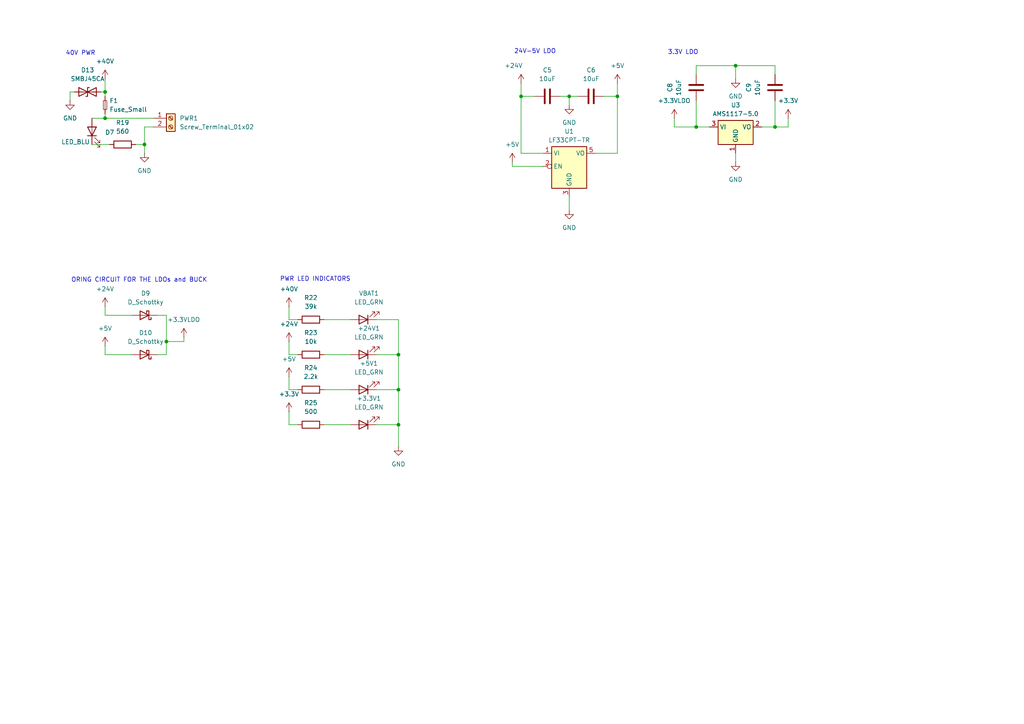
<source format=kicad_sch>
(kicad_sch (version 20231120) (generator "eeschema") (generator_version "8.0")
  (paper "A4")
  (lib_symbols
    (symbol "Connector:Screw_Terminal_01x02" (pin_names (offset 1.016) hide)
      (property "Reference" "J" (at 0 2.54 0))
      (property "Value" "Screw_Terminal_01x02" (at 0 -5.08 0))
      (symbol "Screw_Terminal_01x02_1_1"
        (rectangle (start -1.27 1.27) (end 1.27 -3.81) (stroke (width 0.254)) (fill (type background)))
        (circle (center 0 -2.54) (radius 0.635) (stroke (width 0.1524)))
        (polyline (pts (xy -0.5334 -2.2098) (xy 0.3302 -3.048)) (stroke (width 0.1524)))
        (polyline (pts (xy -0.5334 0.3302) (xy 0.3302 -0.508)) (stroke (width 0.1524)))
        (polyline (pts (xy -0.3556 -2.032) (xy 0.508 -2.8702)) (stroke (width 0.1524)))
        (polyline (pts (xy -0.3556 0.508) (xy 0.508 -0.3302)) (stroke (width 0.1524)))
        (circle (center 0 0) (radius 0.635) (stroke (width 0.1524)))
        (pin passive line (at -5.08 0 0) (length 3.81) (name "Pin_1") (number "1"))
        (pin passive line (at -5.08 -2.54 0) (length 3.81) (name "Pin_2") (number "2"))
      )
    )
    (symbol "Device:C" (pin_numbers hide) (pin_names (offset 0.254))
      (property "Reference" "C" (at 0.635 2.54 0))
      (property "Value" "C" (at 0.635 -2.54 0))
      (symbol "C_0_1"
        (polyline (pts (xy -2.032 -0.762) (xy 2.032 -0.762)) (stroke (width 0.508)))
        (polyline (pts (xy -2.032 0.762) (xy 2.032 0.762)) (stroke (width 0.508)))
      )
      (symbol "C_1_1"
        (pin passive line (at 0 3.81 270) (length 2.794) (name "~") (number "1"))
        (pin passive line (at 0 -3.81 90) (length 2.794) (name "~") (number "2"))
      )
    )
    (symbol "Device:D_Schottky" (pin_numbers hide) (pin_names (offset 1.016) hide)
      (property "Reference" "D" (at 0 2.54 0))
      (property "Value" "D_Schottky" (at 0 -2.54 0))
      (symbol "D_Schottky_0_1"
        (polyline (pts (xy 1.27 0) (xy -1.27 0)))
        (polyline (pts (xy 1.27 1.27) (xy 1.27 -1.27) (xy -1.27 0) (xy 1.27 1.27)) (stroke (width 0.254)))
        (polyline (pts (xy -1.905 0.635) (xy -1.905 1.27) (xy -1.27 1.27) (xy -1.27 -1.27) (xy -0.635 -1.27) (xy -0.635 -0.635)) (stroke (width 0.254)))
      )
      (symbol "D_Schottky_1_1"
        (pin passive line (at -3.81 0 0) (length 2.54) (name "K") (number "1"))
        (pin passive line (at 3.81 0 180) (length 2.54) (name "A") (number "2"))
      )
    )
    (symbol "Device:D_TVS" (pin_numbers hide) (pin_names (offset 1.016) hide)
      (property "Reference" "D" (at 0 2.54 0))
      (property "Value" "D_TVS" (at 0 -2.54 0))
      (symbol "D_TVS_0_1"
        (polyline (pts (xy 1.27 0) (xy -1.27 0)))
        (polyline (pts (xy 0.508 1.27) (xy 0 1.27) (xy 0 -1.27) (xy -0.508 -1.27)) (stroke (width 0.254)))
        (polyline (pts (xy -2.54 1.27) (xy -2.54 -1.27) (xy 2.54 1.27) (xy 2.54 -1.27) (xy -2.54 1.27)) (stroke (width 0.254)))
      )
      (symbol "D_TVS_1_1"
        (pin passive line (at -3.81 0 0) (length 2.54) (name "A1") (number "1"))
        (pin passive line (at 3.81 0 180) (length 2.54) (name "A2") (number "2"))
      )
    )
    (symbol "Device:Fuse_Small" (pin_numbers hide) (pin_names (offset 0.254) hide)
      (property "Reference" "F" (at 0 -1.524 0))
      (property "Value" "Fuse_Small" (at 0 1.524 0))
      (symbol "Fuse_Small_0_1"
        (rectangle (start -1.27 0.508) (end 1.27 -0.508))
        (polyline (pts (xy -1.27 0) (xy 1.27 0)))
      )
      (symbol "Fuse_Small_1_1"
        (pin passive line (at -2.54 0 0) (length 1.27) (name "~") (number "1"))
        (pin passive line (at 2.54 0 180) (length 1.27) (name "~") (number "2"))
      )
    )
    (symbol "Device:LED" (pin_numbers hide) (pin_names (offset 1.016) hide)
      (property "Reference" "D" (at 0 2.54 0))
      (property "Value" "LED" (at 0 -2.54 0))
      (symbol "LED_0_1"
        (polyline (pts (xy -1.27 -1.27) (xy -1.27 1.27)) (stroke (width 0.254)))
        (polyline (pts (xy -1.27 0) (xy 1.27 0)))
        (polyline (pts (xy 1.27 -1.27) (xy 1.27 1.27) (xy -1.27 0) (xy 1.27 -1.27)) (stroke (width 0.254)))
        (polyline (pts (xy -3.048 -0.762) (xy -4.572 -2.286) (xy -3.81 -2.286) (xy -4.572 -2.286) (xy -4.572 -1.524)))
        (polyline (pts (xy -1.778 -0.762) (xy -3.302 -2.286) (xy -2.54 -2.286) (xy -3.302 -2.286) (xy -3.302 -1.524)))
      )
      (symbol "LED_1_1"
        (pin passive line (at -3.81 0 0) (length 2.54) (name "K") (number "1"))
        (pin passive line (at 3.81 0 180) (length 2.54) (name "A") (number "2"))
      )
    )
    (symbol "Device:R" (pin_numbers hide) (pin_names (offset 0))
      (property "Reference" "R" (at 2.032 0 90))
      (property "Value" "R" (at 0 0 90))
      (symbol "R_0_1"
        (rectangle (start -1.016 -2.54) (end 1.016 2.54) (stroke (width 0.254)))
      )
      (symbol "R_1_1"
        (pin passive line (at 0 3.81 270) (length 1.27) (name "~") (number "1"))
        (pin passive line (at 0 -3.81 90) (length 1.27) (name "~") (number "2"))
      )
    )
    (symbol "Regulator_Linear:AMS1117-5.0"
      (property "Reference" "U" (at -3.81 3.175 0))
      (property "Value" "AMS1117-5.0" (at 0 3.175 0))
      (symbol "AMS1117-5.0_0_1"
        (rectangle (start -5.08 -5.08) (end 5.08 1.905) (stroke (width 0.254)) (fill (type background)))
      )
      (symbol "AMS1117-5.0_1_1"
        (pin power_in line (at 0 -7.62 90) (length 2.54) (name "GND") (number "1"))
        (pin power_out line (at 7.62 0 180) (length 2.54) (name "VO") (number "2"))
        (pin power_in line (at -7.62 0 0) (length 2.54) (name "VI") (number "3"))
      )
    )
    (symbol "SJSU_common:40V-24V_BUCK"
      (property "Reference" "U" (at 0 0 0))
      (symbol "40V-24V_BUCK_0_1"
        (rectangle (start 0 -2.54) (end 20.32 -20.32))
      )
      (symbol "40V-24V_BUCK_1_1"
        (pin passive line (at -3.81 -5.08 0) (length 3.81) (name "VIN") (number "1"))
        (pin passive line (at 24.13 -12.7 180) (length 3.81) (name "GND") (number "10"))
        (pin passive line (at 24.13 -15.24 180) (length 3.81) (name "GND") (number "11"))
        (pin passive line (at 24.13 -17.78 180) (length 3.81) (name "GND") (number "12"))
        (pin passive line (at -3.81 -7.62 0) (length 3.81) (name "VIN") (number "2"))
        (pin passive line (at -3.81 -10.16 0) (length 3.81) (name "VIN") (number "3"))
        (pin passive line (at -3.81 -12.7 0) (length 3.81) (name "GND") (number "4"))
        (pin passive line (at -3.81 -15.24 0) (length 3.81) (name "GND") (number "5"))
        (pin passive line (at -3.81 -17.78 0) (length 3.81) (name "GND") (number "6"))
        (pin passive line (at 24.13 -5.08 180) (length 3.81) (name "VOUT") (number "7"))
        (pin passive line (at 24.13 -7.62 180) (length 3.81) (name "VOUT") (number "8"))
        (pin passive line (at 24.13 -10.16 180) (length 3.81) (name "VOUT") (number "9"))
      )
    )
    (symbol "SJSU_common:LF33CPT-TR"
      (property "Reference" "U" (at -4.572 0 0))
      (property "Value" "LF33CPT-TR" (at 5.334 0 0))
      (symbol "LF33CPT-TR_0_1"
        (rectangle (start -5.08 -1.905) (end 5.08 -13.97) (stroke (width 0.254)) (fill (type background)))
      )
      (symbol "LF33CPT-TR_1_1"
        (pin power_in line (at -7.62 -3.81 0) (length 2.54) (name "VI") (number "1"))
        (pin input inverted (at -7.62 -7.62 0) (length 2.54) (name "EN") (number "2"))
        (pin power_in line (at 0 -16.51 90) (length 2.54) (name "GND") (number "3"))
        (pin power_out line (at 7.62 -3.81 180) (length 2.54) (name "VO") (number "5"))
      )
    )
    (symbol "power:+24V" (power) (pin_numbers hide) (pin_names (offset 0) hide)
      (property "Value" "+24V" (at 0 3.556 0))
      (symbol "+24V_0_1"
        (polyline (pts (xy -0.762 1.27) (xy 0 2.54)))
        (polyline (pts (xy 0 0) (xy 0 2.54)))
        (polyline (pts (xy 0 2.54) (xy 0.762 1.27)))
      )
      (symbol "+24V_1_1"
        (pin power_in line (at 0 0 90) (length 0) (name "~") (number "1"))
      )
    )
    (symbol "power:+3.3V" (power) (pin_numbers hide) (pin_names (offset 0) hide)
      (property "Value" "+3.3V" (at 0 3.556 0))
      (symbol "+3.3V_0_1"
        (polyline (pts (xy -0.762 1.27) (xy 0 2.54)))
        (polyline (pts (xy 0 0) (xy 0 2.54)))
        (polyline (pts (xy 0 2.54) (xy 0.762 1.27)))
      )
      (symbol "+3.3V_1_1"
        (pin power_in line (at 0 0 90) (length 0) (name "~") (number "1"))
      )
    )
    (symbol "power:+5V" (power) (pin_numbers hide) (pin_names (offset 0) hide)
      (property "Value" "+5V" (at 0 3.556 0))
      (symbol "+5V_0_1"
        (polyline (pts (xy -0.762 1.27) (xy 0 2.54)))
        (polyline (pts (xy 0 0) (xy 0 2.54)))
        (polyline (pts (xy 0 2.54) (xy 0.762 1.27)))
      )
      (symbol "+5V_1_1"
        (pin power_in line (at 0 0 90) (length 0) (name "~") (number "1"))
      )
    )
    (symbol "power:GND" (power) (pin_numbers hide) (pin_names (offset 0) hide)
      (property "Value" "GND" (at 0 -3.81 0))
      (symbol "GND_0_1"
        (polyline (pts (xy 0 0) (xy 0 -1.27) (xy 1.27 -1.27) (xy 0 -2.54) (xy -1.27 -1.27) (xy 0 -1.27)))
      )
      (symbol "GND_1_1"
        (pin power_in line (at 0 0 270) (length 0) (name "~") (number "1"))
      )
    )
  )
  (junction (at 77.47 -27.94))
  (junction (at 151.13 27.94))
  (junction (at 77.47 -17.78))
  (junction (at 224.79 36.83))
  (junction (at 105.41 -20.32))
  (junction (at 115.57 123.19))
  (junction (at 30.48 26.67))
  (junction (at 201.93 36.83))
  (junction (at 165.1 27.94))
  (junction (at 48.26 99.06))
  (junction (at 77.47 -20.32))
  (junction (at 179.07 27.94))
  (junction (at 213.36 19.05))
  (junction (at 105.41 -17.78))
  (junction (at 105.41 -30.48))
  (junction (at 105.41 -27.94))
  (junction (at 115.57 113.03))
  (junction (at 115.57 102.87))
  (junction (at 77.47 -30.48))
  (junction (at 30.48 34.29))
  (junction (at 41.91 41.91))
  (wire (pts (xy 20.32 26.67) (xy 20.32 29.21)))
  (wire (pts (xy 213.36 19.05) (xy 224.79 19.05)))
  (wire (pts (xy 105.41 -17.78) (xy 105.41 -12.7)))
  (wire (pts (xy 148.59 48.26) (xy 148.59 46.99)))
  (wire (pts (xy 179.07 27.94) (xy 179.07 44.45)))
  (wire (pts (xy 41.91 41.91) (xy 41.91 44.45)))
  (wire (pts (xy 151.13 24.13) (xy 151.13 27.94)))
  (wire (pts (xy 162.56 27.94) (xy 165.1 27.94)))
  (wire (pts (xy 213.36 22.86) (xy 213.36 19.05)))
  (wire (pts (xy 48.26 91.44) (xy 48.26 99.06)))
  (wire (pts (xy 105.41 -22.86) (xy 105.41 -20.32)))
  (wire (pts (xy 224.79 36.83) (xy 224.79 29.21)))
  (wire (pts (xy 77.47 -17.78) (xy 77.47 -12.7)))
  (wire (pts (xy 83.82 109.22) (xy 83.82 113.03)))
  (wire (pts (xy 77.47 -27.94) (xy 77.47 -25.4)))
  (wire (pts (xy 93.98 123.19) (xy 101.6 123.19)))
  (wire (pts (xy 115.57 113.03) (xy 115.57 123.19)))
  (wire (pts (xy 30.48 26.67) (xy 30.48 27.94)))
  (wire (pts (xy 30.48 102.87) (xy 30.48 100.33)))
  (wire (pts (xy 109.22 123.19) (xy 115.57 123.19)))
  (wire (pts (xy 30.48 91.44) (xy 38.1 91.44)))
  (wire (pts (xy 201.93 19.05) (xy 201.93 21.59)))
  (wire (pts (xy 93.98 92.71) (xy 101.6 92.71)))
  (wire (pts (xy 53.34 99.06) (xy 53.34 97.79)))
  (wire (pts (xy 77.47 -33.02) (xy 77.47 -30.48)))
  (wire (pts (xy 165.1 27.94) (xy 165.1 30.48)))
  (wire (pts (xy 21.59 26.67) (xy 20.32 26.67)))
  (wire (pts (xy 224.79 21.59) (xy 224.79 19.05)))
  (wire (pts (xy 83.82 99.06) (xy 83.82 102.87)))
  (wire (pts (xy 105.41 -27.94) (xy 105.41 -25.4)))
  (wire (pts (xy 44.45 36.83) (xy 41.91 36.83)))
  (wire (pts (xy 44.45 34.29) (xy 30.48 34.29)))
  (wire (pts (xy 39.37 41.91) (xy 41.91 41.91)))
  (wire (pts (xy 157.48 48.26) (xy 148.59 48.26)))
  (wire (pts (xy 30.48 22.86) (xy 30.48 26.67)))
  (wire (pts (xy 105.41 -20.32) (xy 105.41 -17.78)))
  (wire (pts (xy 26.67 34.29) (xy 30.48 34.29)))
  (wire (pts (xy 213.36 44.45) (xy 213.36 46.99)))
  (wire (pts (xy 45.72 91.44) (xy 48.26 91.44)))
  (wire (pts (xy 48.26 102.87) (xy 45.72 102.87)))
  (wire (pts (xy 165.1 57.15) (xy 165.1 60.96)))
  (wire (pts (xy 83.82 88.9) (xy 83.82 92.71)))
  (wire (pts (xy 151.13 27.94) (xy 151.13 44.45)))
  (wire (pts (xy 83.82 119.38) (xy 83.82 123.19)))
  (wire (pts (xy 179.07 24.13) (xy 179.07 27.94)))
  (wire (pts (xy 83.82 92.71) (xy 86.36 92.71)))
  (wire (pts (xy 77.47 -20.32) (xy 77.47 -17.78)))
  (wire (pts (xy 115.57 123.19) (xy 115.57 129.54)))
  (wire (pts (xy 151.13 44.45) (xy 157.48 44.45)))
  (wire (pts (xy 77.47 -22.86) (xy 77.47 -20.32)))
  (wire (pts (xy 175.26 27.94) (xy 179.07 27.94)))
  (wire (pts (xy 26.67 41.91) (xy 31.75 41.91)))
  (wire (pts (xy 109.22 113.03) (xy 115.57 113.03)))
  (wire (pts (xy 201.93 19.05) (xy 213.36 19.05)))
  (wire (pts (xy 201.93 36.83) (xy 205.74 36.83)))
  (wire (pts (xy 48.26 99.06) (xy 48.26 102.87)))
  (wire (pts (xy 93.98 102.87) (xy 101.6 102.87)))
  (wire (pts (xy 38.1 102.87) (xy 30.48 102.87)))
  (wire (pts (xy 83.82 113.03) (xy 86.36 113.03)))
  (wire (pts (xy 105.41 -30.48) (xy 105.41 -27.94)))
  (wire (pts (xy 165.1 27.94) (xy 167.64 27.94)))
  (wire (pts (xy 30.48 34.29) (xy 30.48 33.02)))
  (wire (pts (xy 115.57 92.71) (xy 115.57 102.87)))
  (wire (pts (xy 224.79 36.83) (xy 228.6 36.83)))
  (wire (pts (xy 201.93 36.83) (xy 195.58 36.83)))
  (wire (pts (xy 179.07 44.45) (xy 172.72 44.45)))
  (wire (pts (xy 109.22 92.71) (xy 115.57 92.71)))
  (wire (pts (xy 41.91 36.83) (xy 41.91 41.91)))
  (wire (pts (xy 195.58 36.83) (xy 195.58 34.29)))
  (wire (pts (xy 83.82 123.19) (xy 86.36 123.19)))
  (wire (pts (xy 105.41 -33.02) (xy 105.41 -30.48)))
  (wire (pts (xy 220.98 36.83) (xy 224.79 36.83)))
  (wire (pts (xy 228.6 36.83) (xy 228.6 34.29)))
  (wire (pts (xy 201.93 29.21) (xy 201.93 36.83)))
  (wire (pts (xy 77.47 -30.48) (xy 77.47 -27.94)))
  (wire (pts (xy 48.26 99.06) (xy 53.34 99.06)))
  (wire (pts (xy 109.22 102.87) (xy 115.57 102.87)))
  (wire (pts (xy 93.98 113.03) (xy 101.6 113.03)))
  (wire (pts (xy 30.48 88.9) (xy 30.48 91.44)))
  (wire (pts (xy 115.57 102.87) (xy 115.57 113.03)))
  (wire (pts (xy 83.82 102.87) (xy 86.36 102.87)))
  (wire (pts (xy 29.21 26.67) (xy 30.48 26.67)))
  (wire (pts (xy 151.13 27.94) (xy 154.94 27.94)))
  (text "24V-5V LDO\n" (at 155.194 14.986 0) (effects (font (size 1.27 1.27))))
  (text "3.3V LDO\n" (at 198.12 15.24 0) (effects (font (size 1.27 1.27))))
  (text "POWER checklist:\nDONE\n" (at 26.416 -3.556 0) (effects (font (size 1.27 1.27))))
  (text "40V-24V BUCK\n" (at 75.438 -40.64 0) (effects (font (size 1.27 1.27))))
  (text "ORING CIRCUIT FOR THE LDOs and BUCK\n" (at 40.386 81.28 0) (effects (font (size 1.27 1.27))))
  (text "40V PWR\n" (at 23.368 15.494 0) (effects (font (size 1.27 1.27))))
  (text "PWR LED INDICATORS\n" (at 91.44 81.026 0) (effects (font (size 1.27 1.27))))
  (symbol (lib_id "power:+24V") (at 30.48 88.9 0) (unit 1)
    (property "Reference" "#PWR070" (effects (hide yes)))
    (property "Value" "+24V" (at 30.48 83.82 0))
    (property "Description" "Power symbol creates a global label with name \"+24V\"" (effects (hide yes)))
  )
  (symbol (lib_id "SJSU_common:LF33CPT-TR") (at 165.1 40.64 0) (unit 1)
    (property "Reference" "U1" (at 165.1 38.1 0))
    (property "Value" "LF33CPT-TR" (at 165.1 40.64 0))
    (property "Footprint" "SJSU_common:TO-252AD" (effects (hide yes)))
    (property "Datasheet" "https://www.st.com/content/ccc/resource/technical/document/datasheet/c4/0e/7e/2a/be/bc/4c/bd/CD00000546.pdf/files/CD00000546.pdf/jcr:content/translations/en.CD00000546.pdf" (effects (hide yes)))
    (property "Description" "IC REG LINEAR 3.3V 500MA PPAK" (effects (hide yes)))
  )
  (symbol (lib_id "power:+24V") (at 83.82 99.06 0) (unit 1)
    (property "Reference" "#PWR086" (effects (hide yes)))
    (property "Value" "+24V" (at 83.82 93.98 0))
    (property "Description" "Power symbol creates a global label with name \"+24V\"" (effects (hide yes)))
  )
  (symbol (lib_id "Connector:Screw_Terminal_01x02") (at 49.53 34.29 0) (unit 1)
    (property "Reference" "PWR1" (at 52.07 34.2899 0) (effects (justify left)))
    (property "Value" "Screw_Terminal_01x02" (at 52.07 36.8299 0) (effects (justify left)))
    (property "Footprint" "TerminalBlock:TerminalBlock_Xinya_XY308-2.54-2P_1x02_P2.54mm_Horizontal" (effects (hide yes)))
    (property "Description" "Generic screw terminal, single row, 01x02, script generated (kicad-library-utils/schlib/autogen/connector/)" (effects (hide yes)))
  )
  (symbol (lib_id "power:+24V") (at 77.47 -33.02 0) (unit 1)
    (property "Reference" "#PWR025" (effects (hide yes)))
    (property "Value" "+40V" (at 77.47 -38.1 0))
    (property "Description" "Power symbol creates a global label with name \"+24V\"" (effects (hide yes)))
  )
  (symbol (lib_id "power:+5V") (at 30.48 100.33 0) (unit 1)
    (property "Reference" "#PWR071" (effects (hide yes)))
    (property "Value" "+5V" (at 30.48 95.25 0))
    (property "Description" "Power symbol creates a global label with name \"+5V\"" (effects (hide yes)))
  )
  (symbol (lib_id "power:+3.3V") (at 53.34 97.79 0) (unit 1)
    (property "Reference" "#PWR069" (effects (hide yes)))
    (property "Value" "+3.3VLDO" (at 48.514 92.71 0) (effects (justify left)))
    (property "Description" "Power symbol creates a global label with name \"+3.3V\"" (effects (hide yes)))
  )
  (symbol (lib_id "Device:D_Schottky") (at 41.91 102.87 180) (unit 1)
    (property "Reference" "D10" (at 42.2275 96.52 0))
    (property "Value" "D_Schottky" (at 42.2275 99.06 0))
    (property "Footprint" "Diode_SMD:D_SMA" (effects (hide yes)))
    (property "Description" "Schottky diode" (effects (hide yes)))
  )
  (symbol (lib_id "Device:LED") (at 26.67 38.1 90) (unit 1)
    (property "Reference" "D7" (at 30.48 38.4174 90) (effects (justify right)))
    (property "Value" "LED_BLU" (at 17.78 41.148 90) (effects (justify right)))
    (property "Footprint" "LED_SMD:LED_0201_0603Metric" (effects (hide yes)))
    (property "Description" "Light emitting diode" (effects (hide yes)))
  )
  (symbol (lib_id "power:+24V") (at 83.82 88.9 0) (unit 1)
    (property "Reference" "#PWR085" (effects (hide yes)))
    (property "Value" "+40V" (at 83.82 83.82 0))
    (property "Description" "Power symbol creates a global label with name \"+24V\"" (effects (hide yes)))
  )
  (symbol (lib_id "power:+3.3V") (at 83.82 119.38 0) (unit 1)
    (property "Reference" "#PWR088" (effects (hide yes)))
    (property "Value" "+3.3V" (at 83.82 114.3 0))
    (property "Description" "Power symbol creates a global label with name \"+3.3V\"" (effects (hide yes)))
  )
  (symbol (lib_id "power:+3.3V") (at 179.07 24.13 0) (unit 1)
    (property "Reference" "#PWR064" (effects (hide yes)))
    (property "Value" "+5V" (at 179.07 19.05 0))
    (property "Description" "Power symbol creates a global label with name \"+3.3V\"" (effects (hide yes)))
  )
  (symbol (lib_id "power:+5V") (at 148.59 46.99 0) (unit 1)
    (property "Reference" "#PWR098" (effects (hide yes)))
    (property "Value" "+5V" (at 148.59 41.91 0))
    (property "Description" "Power symbol creates a global label with name \"+5V\"" (effects (hide yes)))
  )
  (symbol (lib_id "power:+24V") (at 105.41 -33.02 0) (unit 1)
    (property "Reference" "#PWR0102" (effects (hide yes)))
    (property "Value" "+24V" (at 105.41 -38.1 0))
    (property "Description" "Power symbol creates a global label with name \"+24V\"" (effects (hide yes)))
  )
  (symbol (lib_id "power:GND") (at 77.47 -12.7 0) (unit 1)
    (property "Reference" "#PWR0103" (effects (hide yes)))
    (property "Value" "GND" (at 77.47 -7.62 0))
    (property "Description" "Power symbol creates a global label with name \"GND\" , ground" (effects (hide yes)))
  )
  (symbol (lib_id "power:GND") (at 165.1 60.96 0) (unit 1)
    (property "Reference" "#PWR062" (effects (hide yes)))
    (property "Value" "GND" (at 165.1 66.04 0))
    (property "Description" "Power symbol creates a global label with name \"GND\" , ground" (effects (hide yes)))
  )
  (symbol (lib_id "Device:C") (at 201.93 25.4 180) (unit 1)
    (property "Reference" "C8" (at 194.31 25.4 90))
    (property "Value" "10uF" (at 196.85 25.4 90))
    (property "Footprint" "Capacitor_SMD:C_0201_0603Metric" (effects (hide yes)))
    (property "Description" "Unpolarized capacitor" (effects (hide yes)))
  )
  (symbol (lib_id "Device:D_TVS") (at 25.4 26.67 0) (unit 1)
    (property "Reference" "D13" (at 25.4 20.32 0))
    (property "Value" "SMBJ45CA" (at 25.4 22.86 0))
    (property "Footprint" "Diode_SMD:D_SMB_Handsoldering" (effects (hide yes)))
    (property "Description" "Bidirectional transient-voltage-suppression diode" (effects (hide yes)))
  )
  (symbol (lib_id "power:+3.3V") (at 228.6 34.29 0) (unit 1)
    (property "Reference" "#PWR097" (effects (hide yes)))
    (property "Value" "+3.3V" (at 228.6 29.21 0))
    (property "Description" "Power symbol creates a global label with name \"+3.3V\"" (effects (hide yes)))
  )
  (symbol (lib_id "Device:R") (at 90.17 102.87 270) (unit 1)
    (property "Reference" "R23" (at 90.17 96.52 90))
    (property "Value" "10k" (at 90.17 99.06 90))
    (property "Footprint" "Resistor_SMD:R_0201_0603Metric" (effects (hide yes)))
    (property "Description" "Resistor" (effects (hide yes)))
  )
  (symbol (lib_id "Device:R") (at 35.56 41.91 270) (unit 1)
    (property "Reference" "R19" (at 35.56 35.56 90))
    (property "Value" "560" (at 35.56 38.1 90))
    (property "Footprint" "Resistor_SMD:R_0201_0603Metric" (effects (hide yes)))
    (property "Description" "Resistor" (effects (hide yes)))
  )
  (symbol (lib_id "Device:LED") (at 105.41 123.19 180) (unit 1)
    (property "Reference" "+3.3V1" (at 106.9975 115.57 0))
    (property "Value" "LED_GRN" (at 106.9975 118.11 0))
    (property "Footprint" "LED_SMD:LED_0805_2012Metric" (effects (hide yes)))
    (property "Description" "Light emitting diode" (effects (hide yes)))
  )
  (symbol (lib_id "Regulator_Linear:AMS1117-5.0") (at 213.36 36.83 0) (unit 1)
    (property "Reference" "U3" (at 213.36 30.48 0))
    (property "Value" "AMS1117-5.0" (at 213.36 33.02 0))
    (property "Footprint" "Package_TO_SOT_SMD:SOT-223-3_TabPin2" (effects (hide yes)))
    (property "Datasheet" "http://www.advanced-monolithic.com/pdf/ds1117.pdf" (effects (hide yes)))
    (property "Description" "1A Low Dropout regulator, positive, 5.0V fixed output, SOT-223" (effects (hide yes)))
  )
  (symbol (lib_id "power:+5V") (at 83.82 109.22 0) (unit 1)
    (property "Reference" "#PWR087" (effects (hide yes)))
    (property "Value" "+5V" (at 83.82 104.14 0))
    (property "Description" "Power symbol creates a global label with name \"+5V\"" (effects (hide yes)))
  )
  (symbol (lib_id "power:+3.3V") (at 151.13 24.13 0) (unit 1)
    (property "Reference" "#PWR063" (effects (hide yes)))
    (property "Value" "+24V" (at 146.304 19.05 0) (effects (justify left)))
    (property "Description" "Power symbol creates a global label with name \"+3.3V\"" (effects (hide yes)))
  )
  (symbol (lib_id "power:GND") (at 213.36 22.86 0) (unit 1)
    (property "Reference" "#PWR095" (effects (hide yes)))
    (property "Value" "GND" (at 213.36 27.94 0))
    (property "Description" "Power symbol creates a global label with name \"GND\" , ground" (effects (hide yes)))
  )
  (symbol (lib_id "Device:Fuse_Small") (at 30.48 30.48 270) (unit 1)
    (property "Reference" "F1" (at 31.75 29.2099 90) (effects (justify left)))
    (property "Value" "Fuse_Small" (at 31.75 31.7499 90) (effects (justify left)))
    (property "Footprint" "Fuse:Fuseholder_Littelfuse_Nano2_154x" (effects (hide yes)))
    (property "Description" "Fuse, small symbol" (effects (hide yes)))
  )
  (symbol (lib_id "power:GND") (at 41.91 44.45 0) (unit 1)
    (property "Reference" "#PWR061" (effects (hide yes)))
    (property "Value" "GND" (at 41.91 49.53 0))
    (property "Description" "Power symbol creates a global label with name \"GND\" , ground" (effects (hide yes)))
  )
  (symbol (lib_id "Device:LED") (at 105.41 102.87 180) (unit 1)
    (property "Reference" "+24V1" (at 106.9975 95.25 0))
    (property "Value" "LED_GRN" (at 106.9975 97.79 0))
    (property "Footprint" "LED_SMD:LED_0805_2012Metric" (effects (hide yes)))
    (property "Description" "Light emitting diode" (effects (hide yes)))
  )
  (symbol (lib_id "SJSU_common:40V-24V_BUCK") (at 81.28 -35.56 0) (unit 1)
    (property "Reference" "U4" (at 91.44 -36.83 0))
    (property "Value" "~" (at 91.44 -34.29 0))
    (property "Footprint" "SJSU_common:40V-24V BUCK" (effects (hide yes)))
  )
  (symbol (lib_id "power:GND") (at 115.57 129.54 0) (unit 1)
    (property "Reference" "#PWR084" (effects (hide yes)))
    (property "Value" "GND" (at 115.57 134.62 0))
    (property "Description" "Power symbol creates a global label with name \"GND\" , ground" (effects (hide yes)))
  )
  (symbol (lib_id "power:GND") (at 165.1 30.48 0) (unit 1)
    (property "Reference" "#PWR067" (effects (hide yes)))
    (property "Value" "GND" (at 165.1 35.56 0))
    (property "Description" "Power symbol creates a global label with name \"GND\" , ground" (effects (hide yes)))
  )
  (symbol (lib_id "Device:C") (at 158.75 27.94 90) (unit 1)
    (property "Reference" "C5" (at 158.75 20.32 90))
    (property "Value" "10uF" (at 158.75 22.86 90))
    (property "Footprint" "Capacitor_SMD:C_0201_0603Metric" (effects (hide yes)))
    (property "Description" "Unpolarized capacitor" (effects (hide yes)))
  )
  (symbol (lib_id "power:+3.3V") (at 195.58 34.29 0) (unit 1)
    (property "Reference" "#PWR096" (effects (hide yes)))
    (property "Value" "+3.3VLDO" (at 190.754 29.21 0) (effects (justify left)))
    (property "Description" "Power symbol creates a global label with name \"+3.3V\"" (effects (hide yes)))
  )
  (symbol (lib_id "power:GND") (at 105.41 -12.7 0) (unit 1)
    (property "Reference" "#PWR0104" (effects (hide yes)))
    (property "Value" "GND" (at 105.41 -7.62 0))
    (property "Description" "Power symbol creates a global label with name \"GND\" , ground" (effects (hide yes)))
  )
  (symbol (lib_id "power:GND") (at 213.36 46.99 0) (unit 1)
    (property "Reference" "#PWR094" (effects (hide yes)))
    (property "Value" "GND" (at 213.36 52.07 0))
    (property "Description" "Power symbol creates a global label with name \"GND\" , ground" (effects (hide yes)))
  )
  (symbol (lib_id "Device:C") (at 224.79 25.4 180) (unit 1)
    (property "Reference" "C9" (at 217.17 25.4 90))
    (property "Value" "10uF" (at 219.71 25.4 90))
    (property "Footprint" "Capacitor_SMD:C_0201_0603Metric" (effects (hide yes)))
    (property "Description" "Unpolarized capacitor" (effects (hide yes)))
  )
  (symbol (lib_id "power:+24V") (at 30.48 22.86 0) (unit 1)
    (property "Reference" "#PWR013" (effects (hide yes)))
    (property "Value" "+40V" (at 30.48 17.78 0))
    (property "Description" "Power symbol creates a global label with name \"+24V\"" (effects (hide yes)))
  )
  (symbol (lib_id "Device:LED") (at 105.41 92.71 180) (unit 1)
    (property "Reference" "VBAT1" (at 106.9975 85.09 0))
    (property "Value" "LED_GRN" (at 106.9975 87.63 0))
    (property "Footprint" "LED_SMD:LED_0805_2012Metric" (effects (hide yes)))
    (property "Description" "Light emitting diode" (effects (hide yes)))
  )
  (symbol (lib_id "Device:C") (at 171.45 27.94 90) (unit 1)
    (property "Reference" "C6" (at 171.45 20.32 90))
    (property "Value" "10uF" (at 171.45 22.86 90))
    (property "Footprint" "Capacitor_SMD:C_0201_0603Metric" (effects (hide yes)))
    (property "Description" "Unpolarized capacitor" (effects (hide yes)))
  )
  (symbol (lib_id "Device:LED") (at 105.41 113.03 180) (unit 1)
    (property "Reference" "+5V1" (at 106.9975 105.41 0))
    (property "Value" "LED_GRN" (at 106.9975 107.95 0))
    (property "Footprint" "LED_SMD:LED_0805_2012Metric" (effects (hide yes)))
    (property "Description" "Light emitting diode" (effects (hide yes)))
  )
  (symbol (lib_id "Device:R") (at 90.17 92.71 270) (unit 1)
    (property "Reference" "R22" (at 90.17 86.36 90))
    (property "Value" "39k" (at 90.17 88.9 90))
    (property "Footprint" "Resistor_SMD:R_0201_0603Metric" (effects (hide yes)))
    (property "Description" "Resistor" (effects (hide yes)))
  )
  (symbol (lib_id "Device:R") (at 90.17 123.19 270) (unit 1)
    (property "Reference" "R25" (at 90.17 116.84 90))
    (property "Value" "500" (at 90.17 119.38 90))
    (property "Footprint" "Resistor_SMD:R_0201_0603Metric" (effects (hide yes)))
    (property "Description" "Resistor" (effects (hide yes)))
  )
  (symbol (lib_id "Device:R") (at 90.17 113.03 270) (unit 1)
    (property "Reference" "R24" (at 90.17 106.68 90))
    (property "Value" "2.2k" (at 90.17 109.22 90))
    (property "Footprint" "Resistor_SMD:R_0201_0603Metric" (effects (hide yes)))
    (property "Description" "Resistor" (effects (hide yes)))
  )
  (symbol (lib_id "power:GND") (at 20.32 29.21 0) (unit 1)
    (property "Reference" "#PWR068" (effects (hide yes)))
    (property "Value" "GND" (at 20.32 34.29 0))
    (property "Description" "Power symbol creates a global label with name \"GND\" , ground" (effects (hide yes)))
  )
  (symbol (lib_id "Device:D_Schottky") (at 41.91 91.44 180) (unit 1)
    (property "Reference" "D9" (at 42.2275 85.09 0))
    (property "Value" "D_Schottky" (at 42.2275 87.63 0))
    (property "Footprint" "Diode_SMD:D_SMA" (effects (hide yes)))
    (property "Description" "Schottky diode" (effects (hide yes)))
  )
)
</source>
